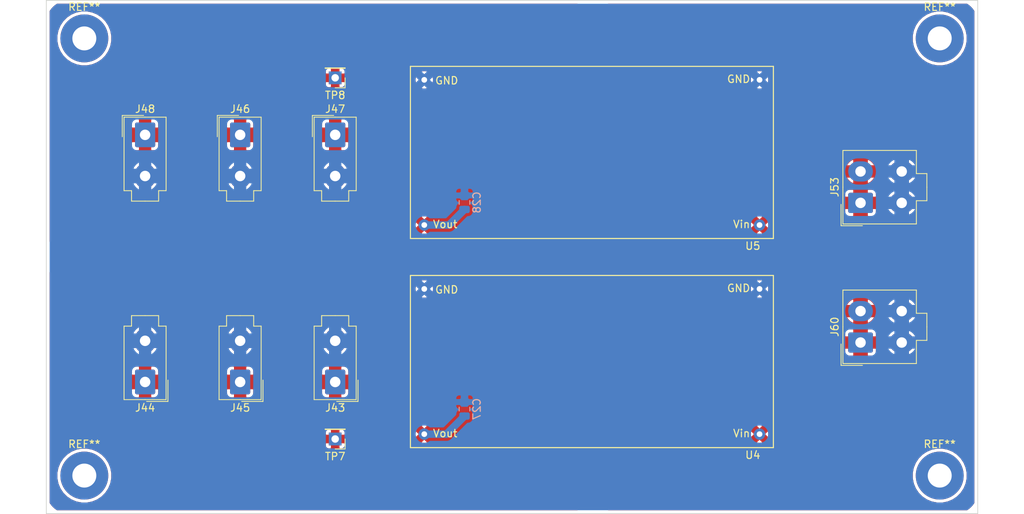
<source format=kicad_pcb>
(kicad_pcb (version 20171130) (host pcbnew "(5.0.2)-1")
  (layers (0 F.Cu signal) (31 B.Cu signal) (34 B.Paste user) (35 F.Paste user) (36 B.SilkS user) (37 F.SilkS user) (38 B.Mask user) (39 F.Mask user) (44 Edge.Cuts user))
  (net 0 "")
  (net 1 "Net-(C27-Pad2)")
  (net 2 "Net-(C27-Pad1)")
  (net 3 "Net-(C28-Pad1)")
  (net 4 "Net-(J53-Pad1)")
  (module MountingHole:MountingHole_3.2mm_M3_Pad (layer F.Cu) (at 154.036 29.092)
    (fp_text reference REF** (at 0 -4.2) (layer F.SilkS))
    (fp_text value MountingHole_3.2mm_M3_Pad)
    (pad 1 thru_hole circle (at 0 0) (size 6.4 6.4) (drill 3.2) (layers *.Cu *.Mask))
  )
  (module MountingHole:MountingHole_3.2mm_M3_Pad (layer F.Cu) (at 154.036 87.512)
    (fp_text reference REF** (at 0 -4.2) (layer F.SilkS))
    (fp_text value MountingHole_3.2mm_M3_Pad)
    (pad 1 thru_hole circle (at 0 0) (size 6.4 6.4) (drill 3.2) (layers *.Cu *.Mask))
  )
  (module MountingHole:MountingHole_3.2mm_M3_Pad (layer F.Cu) (at 39.736 87.512)
    (fp_text reference REF** (at 0 -4.2) (layer F.SilkS))
    (fp_text value MountingHole_3.2mm_M3_Pad)
    (pad 1 thru_hole circle (at 0 0) (size 6.4 6.4) (drill 3.2) (layers *.Cu *.Mask))
  )
  (module MountingHole:MountingHole_3.2mm_M3_Pad (layer F.Cu) (at 39.736 29.092)
    (fp_text reference REF** (at 0 -4.2) (layer F.SilkS))
    (fp_text value MountingHole_3.2mm_M3_Pad)
    (pad 1 thru_hole circle (at 0 0) (size 6.4 6.4) (drill 3.2) (layers *.Cu *.Mask))
  )
  (module Capacitor_SMD:C_0805_2012Metric (layer B.Cu) (at 90.536 78.622 90)
    (fp_text reference C27 (at 0 1.65 90) (layer B.SilkS) (effects (justify mirror)))
    (fp_text value 100nF)
    (fp_line (start -0.258578 -0.71) (end 0.258578 -0.71) (layer B.SilkS) (width 0.12))
    (fp_line (start -0.258578 0.71) (end 0.258578 0.71) (layer B.SilkS) (width 0.12))
    (pad 2 smd roundrect (at 0.9375 0 90) (size 0.975 1.4) (layers B.Cu B.Paste B.Mask) (net 1 "Net-(C27-Pad2)"))
    (pad 1 smd roundrect (at -0.9375 0 90) (size 0.975 1.4) (layers B.Cu B.Paste B.Mask) (net 2 "Net-(C27-Pad1)"))
  )
  (module Capacitor_SMD:C_0805_2012Metric (layer B.Cu) (at 90.536 51.0145 90)
    (fp_text reference C28 (at 0 1.65 90) (layer B.SilkS) (effects (justify mirror)))
    (fp_text value 100nF)
    (fp_line (start -0.258578 0.71) (end 0.258578 0.71) (layer B.SilkS) (width 0.12))
    (fp_line (start -0.258578 -0.71) (end 0.258578 -0.71) (layer B.SilkS) (width 0.12))
    (pad 1 smd roundrect (at -0.9375 0 90) (size 0.975 1.4) (layers B.Cu B.Paste B.Mask) (net 3 "Net-(C28-Pad1)"))
    (pad 2 smd roundrect (at 0.9375 0 90) (size 0.975 1.4) (layers B.Cu B.Paste B.Mask) (net 1 "Net-(C27-Pad2)"))
  )
  (module Connector_Molex:Molex_Mini-Fit_Jr_5566-04A_2x02_P4.20mm_Vertical (layer F.Cu) (at 143.456 51.072 90)
    (fp_text reference J53 (at 2.1 -3.45 90) (layer F.SilkS))
    (fp_text value HP_IN)
    (fp_line (start -3.05 -2.6) (end -3.05 0.25) (layer F.SilkS) (width 0.12))
    (fp_line (start -0.2 -2.6) (end -3.05 -2.6) (layer F.SilkS) (width 0.12))
    (fp_line (start 3.91 8.86) (end 2.1 8.86) (layer F.SilkS) (width 0.12))
    (fp_line (start 3.91 7.46) (end 3.91 8.86) (layer F.SilkS) (width 0.12))
    (fp_line (start 7.01 7.46) (end 3.91 7.46) (layer F.SilkS) (width 0.12))
    (fp_line (start 7.01 -2.36) (end 7.01 7.46) (layer F.SilkS) (width 0.12))
    (fp_line (start 2.1 -2.36) (end 7.01 -2.36) (layer F.SilkS) (width 0.12))
    (fp_line (start 0.29 8.86) (end 2.1 8.86) (layer F.SilkS) (width 0.12))
    (fp_line (start 0.29 7.46) (end 0.29 8.86) (layer F.SilkS) (width 0.12))
    (fp_line (start -2.81 7.46) (end 0.29 7.46) (layer F.SilkS) (width 0.12))
    (fp_line (start -2.81 -2.36) (end -2.81 7.46) (layer F.SilkS) (width 0.12))
    (fp_line (start 2.1 -2.36) (end -2.81 -2.36) (layer F.SilkS) (width 0.12))
    (pad 4 thru_hole oval (at 4.2 5.5 90) (size 2.7 3.3) (drill 1.4) (layers *.Cu *.Mask) (net 1 "Net-(C27-Pad2)"))
    (pad 3 thru_hole oval (at 0 5.5 90) (size 2.7 3.3) (drill 1.4) (layers *.Cu *.Mask) (net 1 "Net-(C27-Pad2)"))
    (pad 2 thru_hole oval (at 4.2 0 90) (size 2.7 3.3) (drill 1.4) (layers *.Cu *.Mask) (net 4 "Net-(J53-Pad1)"))
    (pad 1 thru_hole roundrect (at 0 0 90) (size 2.7 3.3) (drill 1.4) (layers *.Cu *.Mask) (roundrect_rratio 0.09259299999999999) (net 4 "Net-(J53-Pad1)"))
  )
  (module Connector_PinHeader_2.54mm:PinHeader_1x01_P2.54mm_Vertical (layer F.Cu) (at 73.256 82.622 180)
    (fp_text reference TP7 (at 0 -2.33 180) (layer F.SilkS))
    (fp_text value HP_7V)
    (fp_line (start -1.33 -1.33) (end 0 -1.33) (layer F.SilkS) (width 0.12))
    (fp_line (start -1.33 0) (end -1.33 -1.33) (layer F.SilkS) (width 0.12))
    (fp_line (start -1.33 1.27) (end 1.33 1.27) (layer F.SilkS) (width 0.12))
    (fp_line (start 1.33 1.27) (end 1.33 1.33) (layer F.SilkS) (width 0.12))
    (fp_line (start -1.33 1.27) (end -1.33 1.33) (layer F.SilkS) (width 0.12))
    (fp_line (start -1.33 1.33) (end 1.33 1.33) (layer F.SilkS) (width 0.12))
    (pad 1 thru_hole rect (at 0 0 180) (size 1.7 1.7) (drill 1) (layers *.Cu *.Mask) (net 2 "Net-(C27-Pad1)"))
  )
  (module Connector_PinHeader_2.54mm:PinHeader_1x01_P2.54mm_Vertical (layer F.Cu) (at 73.256 34.362 180)
    (fp_text reference TP8 (at 0 -2.33 180) (layer F.SilkS))
    (fp_text value HP_5V)
    (fp_line (start -1.33 1.33) (end 1.33 1.33) (layer F.SilkS) (width 0.12))
    (fp_line (start -1.33 1.27) (end -1.33 1.33) (layer F.SilkS) (width 0.12))
    (fp_line (start 1.33 1.27) (end 1.33 1.33) (layer F.SilkS) (width 0.12))
    (fp_line (start -1.33 1.27) (end 1.33 1.27) (layer F.SilkS) (width 0.12))
    (fp_line (start -1.33 0) (end -1.33 -1.33) (layer F.SilkS) (width 0.12))
    (fp_line (start -1.33 -1.33) (end 0 -1.33) (layer F.SilkS) (width 0.12))
    (pad 1 thru_hole rect (at 0 0 180) (size 1.7 1.7) (drill 1) (layers *.Cu *.Mask) (net 3 "Net-(C28-Pad1)"))
  )
  (module lm2596:lm2596-44_8mm_x_23mm (layer F.Cu) (at 107.560999 72.272 180)
    (fp_text reference U4 (at -21.5 -12.5 180) (layer F.SilkS))
    (fp_text value lm2596)
    (fp_text user Vout (at 19.6 -9.6 180) (layer F.SilkS))
    (fp_text user GND (at 19.4 9.6 180) (layer F.SilkS))
    (fp_text user GND (at -19.6 9.8 180) (layer F.SilkS))
    (fp_text user Vin (at -20 -9.6 180) (layer F.SilkS))
    (fp_line (start -24.25 -11.5) (end -24.25 11.5) (layer F.SilkS) (width 0.15))
    (fp_line (start 24.25 11.5) (end -24.25 11.5) (layer F.SilkS) (width 0.15))
    (fp_line (start 24.25 -11.5) (end 24.25 11.5) (layer F.SilkS) (width 0.15))
    (fp_line (start 24.25 -11.5) (end -24.25 -11.5) (layer F.SilkS) (width 0.15))
    (pad 4 thru_hole circle (at 22.4 9.7 180) (size 1.524 1.524) (drill 0.762) (layers *.Cu *.Mask) (net 1 "Net-(C27-Pad2)"))
    (pad 3 thru_hole circle (at 22.4 -9.7 180) (size 1.524 1.524) (drill 0.762) (layers *.Cu *.Mask) (net 2 "Net-(C27-Pad1)"))
    (pad 2 thru_hole circle (at -22.4 9.7 180) (size 1.524 1.524) (drill 0.762) (layers *.Cu *.Mask) (net 1 "Net-(C27-Pad2)"))
    (pad 1 thru_hole circle (at -22.4 -9.7 180) (size 1.524 1.524) (drill 0.762) (layers *.Cu *.Mask) (net 4 "Net-(J53-Pad1)"))
  )
  (module lm2596:lm2596-44_8mm_x_23mm (layer F.Cu) (at 107.560999 44.332 180)
    (fp_text reference U5 (at -21.5 -12.5 180) (layer F.SilkS))
    (fp_text value lm2596)
    (fp_line (start 24.25 -11.5) (end -24.25 -11.5) (layer F.SilkS) (width 0.15))
    (fp_line (start 24.25 -11.5) (end 24.25 11.5) (layer F.SilkS) (width 0.15))
    (fp_line (start 24.25 11.5) (end -24.25 11.5) (layer F.SilkS) (width 0.15))
    (fp_line (start -24.25 -11.5) (end -24.25 11.5) (layer F.SilkS) (width 0.15))
    (fp_text user Vin (at -20 -9.6 180) (layer F.SilkS))
    (fp_text user GND (at -19.6 9.8 180) (layer F.SilkS))
    (fp_text user GND (at 19.4 9.6 180) (layer F.SilkS))
    (fp_text user Vout (at 19.6 -9.6 180) (layer F.SilkS))
    (pad 1 thru_hole circle (at -22.4 -9.7 180) (size 1.524 1.524) (drill 0.762) (layers *.Cu *.Mask) (net 4 "Net-(J53-Pad1)"))
    (pad 2 thru_hole circle (at -22.4 9.7 180) (size 1.524 1.524) (drill 0.762) (layers *.Cu *.Mask) (net 1 "Net-(C27-Pad2)"))
    (pad 3 thru_hole circle (at 22.4 -9.7 180) (size 1.524 1.524) (drill 0.762) (layers *.Cu *.Mask) (net 3 "Net-(C28-Pad1)"))
    (pad 4 thru_hole circle (at 22.4 9.7 180) (size 1.524 1.524) (drill 0.762) (layers *.Cu *.Mask) (net 1 "Net-(C27-Pad2)"))
  )
  (module molex_3d_2pin:Molex_Mini-Fit_Jr_5566-02A_2x01_P4.20mm_Vertical (layer F.Cu) (at 73.256 75.002 180)
    (fp_text reference J43 (at 0 -3.45 180) (layer F.SilkS))
    (fp_text value Torpedy_serwo_7v)
    (fp_line (start 0 -2.36) (end -2.81 -2.36) (layer F.SilkS) (width 0.12))
    (fp_line (start -2.81 -2.36) (end -2.81 7.46) (layer F.SilkS) (width 0.12))
    (fp_line (start -2.81 7.46) (end -1.81 7.46) (layer F.SilkS) (width 0.12))
    (fp_line (start -1.81 7.46) (end -1.81 8.86) (layer F.SilkS) (width 0.12))
    (fp_line (start -1.81 8.86) (end 0 8.86) (layer F.SilkS) (width 0.12))
    (fp_line (start 0 -2.36) (end 2.81 -2.36) (layer F.SilkS) (width 0.12))
    (fp_line (start 2.81 -2.36) (end 2.81 7.46) (layer F.SilkS) (width 0.12))
    (fp_line (start 2.81 7.46) (end 1.81 7.46) (layer F.SilkS) (width 0.12))
    (fp_line (start 1.81 7.46) (end 1.81 8.86) (layer F.SilkS) (width 0.12))
    (fp_line (start 1.81 8.86) (end 0 8.86) (layer F.SilkS) (width 0.12))
    (fp_line (start -0.2 -2.6) (end -3.05 -2.6) (layer F.SilkS) (width 0.12))
    (fp_line (start -3.05 -2.6) (end -3.05 0.25) (layer F.SilkS) (width 0.12))
    (pad 1 thru_hole roundrect (at 0 0 180) (size 2.7 3.3) (drill 1.4) (layers *.Cu *.Mask) (roundrect_rratio 0.09259299999999999) (net 2 "Net-(C27-Pad1)"))
    (pad 2 thru_hole oval (at 0 5.5 180) (size 2.7 3.3) (drill 1.4) (layers *.Cu *.Mask) (net 1 "Net-(C27-Pad2)"))
  )
  (module molex_3d_2pin:Molex_Mini-Fit_Jr_5566-02A_2x01_P4.20mm_Vertical (layer F.Cu) (at 47.856 75.002 180)
    (fp_text reference J44 (at 0 -3.45 180) (layer F.SilkS))
    (fp_text value Extra)
    (fp_line (start 0 -2.36) (end -2.81 -2.36) (layer F.SilkS) (width 0.12))
    (fp_line (start -2.81 -2.36) (end -2.81 7.46) (layer F.SilkS) (width 0.12))
    (fp_line (start -2.81 7.46) (end -1.81 7.46) (layer F.SilkS) (width 0.12))
    (fp_line (start -1.81 7.46) (end -1.81 8.86) (layer F.SilkS) (width 0.12))
    (fp_line (start -1.81 8.86) (end 0 8.86) (layer F.SilkS) (width 0.12))
    (fp_line (start 0 -2.36) (end 2.81 -2.36) (layer F.SilkS) (width 0.12))
    (fp_line (start 2.81 -2.36) (end 2.81 7.46) (layer F.SilkS) (width 0.12))
    (fp_line (start 2.81 7.46) (end 1.81 7.46) (layer F.SilkS) (width 0.12))
    (fp_line (start 1.81 7.46) (end 1.81 8.86) (layer F.SilkS) (width 0.12))
    (fp_line (start 1.81 8.86) (end 0 8.86) (layer F.SilkS) (width 0.12))
    (fp_line (start -0.2 -2.6) (end -3.05 -2.6) (layer F.SilkS) (width 0.12))
    (fp_line (start -3.05 -2.6) (end -3.05 0.25) (layer F.SilkS) (width 0.12))
    (pad 1 thru_hole roundrect (at 0 0 180) (size 2.7 3.3) (drill 1.4) (layers *.Cu *.Mask) (roundrect_rratio 0.09259299999999999) (net 2 "Net-(C27-Pad1)"))
    (pad 2 thru_hole oval (at 0 5.5 180) (size 2.7 3.3) (drill 1.4) (layers *.Cu *.Mask) (net 1 "Net-(C27-Pad2)"))
  )
  (module molex_3d_2pin:Molex_Mini-Fit_Jr_5566-02A_2x01_P4.20mm_Vertical (layer F.Cu) (at 60.556 75.002 180)
    (fp_text reference J45 (at 0 -3.45 180) (layer F.SilkS))
    (fp_text value Extra)
    (fp_line (start -3.05 -2.6) (end -3.05 0.25) (layer F.SilkS) (width 0.12))
    (fp_line (start -0.2 -2.6) (end -3.05 -2.6) (layer F.SilkS) (width 0.12))
    (fp_line (start 1.81 8.86) (end 0 8.86) (layer F.SilkS) (width 0.12))
    (fp_line (start 1.81 7.46) (end 1.81 8.86) (layer F.SilkS) (width 0.12))
    (fp_line (start 2.81 7.46) (end 1.81 7.46) (layer F.SilkS) (width 0.12))
    (fp_line (start 2.81 -2.36) (end 2.81 7.46) (layer F.SilkS) (width 0.12))
    (fp_line (start 0 -2.36) (end 2.81 -2.36) (layer F.SilkS) (width 0.12))
    (fp_line (start -1.81 8.86) (end 0 8.86) (layer F.SilkS) (width 0.12))
    (fp_line (start -1.81 7.46) (end -1.81 8.86) (layer F.SilkS) (width 0.12))
    (fp_line (start -2.81 7.46) (end -1.81 7.46) (layer F.SilkS) (width 0.12))
    (fp_line (start -2.81 -2.36) (end -2.81 7.46) (layer F.SilkS) (width 0.12))
    (fp_line (start 0 -2.36) (end -2.81 -2.36) (layer F.SilkS) (width 0.12))
    (pad 2 thru_hole oval (at 0 5.5 180) (size 2.7 3.3) (drill 1.4) (layers *.Cu *.Mask) (net 1 "Net-(C27-Pad2)"))
    (pad 1 thru_hole roundrect (at 0 0 180) (size 2.7 3.3) (drill 1.4) (layers *.Cu *.Mask) (roundrect_rratio 0.09259299999999999) (net 2 "Net-(C27-Pad1)"))
  )
  (module molex_3d_2pin:Molex_Mini-Fit_Jr_5566-02A_2x01_P4.20mm_Vertical (layer F.Cu) (at 60.556 41.982)
    (fp_text reference J46 (at 0 -3.45) (layer F.SilkS))
    (fp_text value Manip_serwo)
    (fp_line (start 0 -2.36) (end -2.81 -2.36) (layer F.SilkS) (width 0.12))
    (fp_line (start -2.81 -2.36) (end -2.81 7.46) (layer F.SilkS) (width 0.12))
    (fp_line (start -2.81 7.46) (end -1.81 7.46) (layer F.SilkS) (width 0.12))
    (fp_line (start -1.81 7.46) (end -1.81 8.86) (layer F.SilkS) (width 0.12))
    (fp_line (start -1.81 8.86) (end 0 8.86) (layer F.SilkS) (width 0.12))
    (fp_line (start 0 -2.36) (end 2.81 -2.36) (layer F.SilkS) (width 0.12))
    (fp_line (start 2.81 -2.36) (end 2.81 7.46) (layer F.SilkS) (width 0.12))
    (fp_line (start 2.81 7.46) (end 1.81 7.46) (layer F.SilkS) (width 0.12))
    (fp_line (start 1.81 7.46) (end 1.81 8.86) (layer F.SilkS) (width 0.12))
    (fp_line (start 1.81 8.86) (end 0 8.86) (layer F.SilkS) (width 0.12))
    (fp_line (start -0.2 -2.6) (end -3.05 -2.6) (layer F.SilkS) (width 0.12))
    (fp_line (start -3.05 -2.6) (end -3.05 0.25) (layer F.SilkS) (width 0.12))
    (pad 1 thru_hole roundrect (at 0 0) (size 2.7 3.3) (drill 1.4) (layers *.Cu *.Mask) (roundrect_rratio 0.09259299999999999) (net 3 "Net-(C28-Pad1)"))
    (pad 2 thru_hole oval (at 0 5.5) (size 2.7 3.3) (drill 1.4) (layers *.Cu *.Mask) (net 1 "Net-(C27-Pad2)"))
  )
  (module molex_3d_2pin:Molex_Mini-Fit_Jr_5566-02A_2x01_P4.20mm_Vertical (layer F.Cu) (at 73.256 41.982)
    (fp_text reference J47 (at 0 -3.45) (layer F.SilkS))
    (fp_text value Extra)
    (fp_line (start 0 -2.36) (end -2.81 -2.36) (layer F.SilkS) (width 0.12))
    (fp_line (start -2.81 -2.36) (end -2.81 7.46) (layer F.SilkS) (width 0.12))
    (fp_line (start -2.81 7.46) (end -1.81 7.46) (layer F.SilkS) (width 0.12))
    (fp_line (start -1.81 7.46) (end -1.81 8.86) (layer F.SilkS) (width 0.12))
    (fp_line (start -1.81 8.86) (end 0 8.86) (layer F.SilkS) (width 0.12))
    (fp_line (start 0 -2.36) (end 2.81 -2.36) (layer F.SilkS) (width 0.12))
    (fp_line (start 2.81 -2.36) (end 2.81 7.46) (layer F.SilkS) (width 0.12))
    (fp_line (start 2.81 7.46) (end 1.81 7.46) (layer F.SilkS) (width 0.12))
    (fp_line (start 1.81 7.46) (end 1.81 8.86) (layer F.SilkS) (width 0.12))
    (fp_line (start 1.81 8.86) (end 0 8.86) (layer F.SilkS) (width 0.12))
    (fp_line (start -0.2 -2.6) (end -3.05 -2.6) (layer F.SilkS) (width 0.12))
    (fp_line (start -3.05 -2.6) (end -3.05 0.25) (layer F.SilkS) (width 0.12))
    (pad 1 thru_hole roundrect (at 0 0) (size 2.7 3.3) (drill 1.4) (layers *.Cu *.Mask) (roundrect_rratio 0.09259299999999999) (net 3 "Net-(C28-Pad1)"))
    (pad 2 thru_hole oval (at 0 5.5) (size 2.7 3.3) (drill 1.4) (layers *.Cu *.Mask) (net 1 "Net-(C27-Pad2)"))
  )
  (module molex_3d_2pin:Molex_Mini-Fit_Jr_5566-02A_2x01_P4.20mm_Vertical (layer F.Cu) (at 47.856 41.982)
    (fp_text reference J48 (at 0 -3.45) (layer F.SilkS))
    (fp_text value Extra)
    (fp_line (start 0 -2.36) (end -2.81 -2.36) (layer F.SilkS) (width 0.12))
    (fp_line (start -2.81 -2.36) (end -2.81 7.46) (layer F.SilkS) (width 0.12))
    (fp_line (start -2.81 7.46) (end -1.81 7.46) (layer F.SilkS) (width 0.12))
    (fp_line (start -1.81 7.46) (end -1.81 8.86) (layer F.SilkS) (width 0.12))
    (fp_line (start -1.81 8.86) (end 0 8.86) (layer F.SilkS) (width 0.12))
    (fp_line (start 0 -2.36) (end 2.81 -2.36) (layer F.SilkS) (width 0.12))
    (fp_line (start 2.81 -2.36) (end 2.81 7.46) (layer F.SilkS) (width 0.12))
    (fp_line (start 2.81 7.46) (end 1.81 7.46) (layer F.SilkS) (width 0.12))
    (fp_line (start 1.81 7.46) (end 1.81 8.86) (layer F.SilkS) (width 0.12))
    (fp_line (start 1.81 8.86) (end 0 8.86) (layer F.SilkS) (width 0.12))
    (fp_line (start -0.2 -2.6) (end -3.05 -2.6) (layer F.SilkS) (width 0.12))
    (fp_line (start -3.05 -2.6) (end -3.05 0.25) (layer F.SilkS) (width 0.12))
    (pad 1 thru_hole roundrect (at 0 0) (size 2.7 3.3) (drill 1.4) (layers *.Cu *.Mask) (roundrect_rratio 0.09259299999999999) (net 3 "Net-(C28-Pad1)"))
    (pad 2 thru_hole oval (at 0 5.5) (size 2.7 3.3) (drill 1.4) (layers *.Cu *.Mask) (net 1 "Net-(C27-Pad2)"))
  )
  (module Connector_Molex:Molex_Mini-Fit_Jr_5566-04A_2x02_P4.20mm_Vertical (layer F.Cu) (at 143.456 69.732 90)
    (fp_text reference J60 (at 2.1 -3.45 90) (layer F.SilkS))
    (fp_text value HP_OUT)
    (fp_line (start 2.1 -2.36) (end -2.81 -2.36) (layer F.SilkS) (width 0.12))
    (fp_line (start -2.81 -2.36) (end -2.81 7.46) (layer F.SilkS) (width 0.12))
    (fp_line (start -2.81 7.46) (end 0.29 7.46) (layer F.SilkS) (width 0.12))
    (fp_line (start 0.29 7.46) (end 0.29 8.86) (layer F.SilkS) (width 0.12))
    (fp_line (start 0.29 8.86) (end 2.1 8.86) (layer F.SilkS) (width 0.12))
    (fp_line (start 2.1 -2.36) (end 7.01 -2.36) (layer F.SilkS) (width 0.12))
    (fp_line (start 7.01 -2.36) (end 7.01 7.46) (layer F.SilkS) (width 0.12))
    (fp_line (start 7.01 7.46) (end 3.91 7.46) (layer F.SilkS) (width 0.12))
    (fp_line (start 3.91 7.46) (end 3.91 8.86) (layer F.SilkS) (width 0.12))
    (fp_line (start 3.91 8.86) (end 2.1 8.86) (layer F.SilkS) (width 0.12))
    (fp_line (start -0.2 -2.6) (end -3.05 -2.6) (layer F.SilkS) (width 0.12))
    (fp_line (start -3.05 -2.6) (end -3.05 0.25) (layer F.SilkS) (width 0.12))
    (pad 1 thru_hole roundrect (at 0 0 90) (size 2.7 3.3) (drill 1.4) (layers *.Cu *.Mask) (roundrect_rratio 0.09259299999999999) (net 4 "Net-(J53-Pad1)"))
    (pad 2 thru_hole oval (at 4.2 0 90) (size 2.7 3.3) (drill 1.4) (layers *.Cu *.Mask) (net 4 "Net-(J53-Pad1)"))
    (pad 3 thru_hole oval (at 0 5.5 90) (size 2.7 3.3) (drill 1.4) (layers *.Cu *.Mask) (net 1 "Net-(C27-Pad2)"))
    (pad 4 thru_hole oval (at 4.2 5.5 90) (size 2.7 3.3) (drill 1.4) (layers *.Cu *.Mask) (net 1 "Net-(C27-Pad2)"))
  )
  (gr_line (start 34.656 92.592) (end 159.116 92.592) (layer Edge.Cuts) (width 0.1))
  (gr_line (start 34.656 24.012) (end 34.656 92.592) (layer Edge.Cuts) (width 0.1))
  (gr_line (start 159.116 24.012) (end 34.656 24.012) (layer Edge.Cuts) (width 0.1))
  (gr_line (start 159.116 92.592) (end 159.116 24.012) (layer Edge.Cuts) (width 0.1))
  (segment (start 88.1235 81.972) (end 90.536 79.5595) (width 1) (layer B.Cu) (net 2))
  (segment (start 85.160999 81.972) (end 88.1235 81.972) (width 1) (layer B.Cu) (net 2))
  (segment (start 88.456 54.032) (end 90.536 51.952) (width 1) (layer B.Cu) (net 3))
  (segment (start 85.160999 54.032) (end 88.456 54.032) (width 1) (layer B.Cu) (net 3))
  (zone (net 1) (net_name "Net-(C27-Pad2)") (layer B.Cu) (priority 1) (connect_pads (clearance 0.4)) (min_thickness 0.3) (fill yes (mode segment) (arc_segments 32) (thermal_gap 0.4) (thermal_bridge_width 2) (smoothing fillet) (radius 3))
    (polygon (pts (xy 159.116 24.012) (xy 159.116 92.592) (xy 34.656 92.592) (xy 34.656 24.012)))
  )
  (zone (net 4) (net_name "Net-(J53-Pad1)") (layer F.Cu) (priority 1) (connect_pads (clearance 0.4)) (min_thickness 0.3) (fill yes (mode segment) (arc_segments 32) (thermal_gap 0.4) (thermal_bridge_width 3) (smoothing fillet) (radius 3))
    (polygon (pts (xy 159.116 92.592) (xy 108.316 92.592) (xy 108.316 24.012) (xy 159.116 24.012)))
  )
  (zone (net 3) (net_name "Net-(C28-Pad1)") (layer F.Cu) (priority 1) (connect_pads (clearance 0.4)) (min_thickness 0.3) (fill yes (mode segment) (arc_segments 32) (thermal_gap 0.4) (thermal_bridge_width 3) (smoothing fillet) (radius 3))
    (polygon (pts (xy 107.046 24.012) (xy 34.656 24.012) (xy 34.656 57.667) (xy 107.046 57.667)))
  )
  (zone (net 2) (net_name "Net-(C27-Pad1)") (layer F.Cu) (priority 1) (connect_pads (clearance 0.4)) (min_thickness 0.3) (fill yes (mode segment) (arc_segments 32) (thermal_gap 0.4) (thermal_bridge_width 3) (smoothing fillet) (radius 3))
    (polygon (pts (xy 107.046 92.592) (xy 107.046 58.937) (xy 34.656 58.937) (xy 34.656 92.592)))
  )
)
</source>
